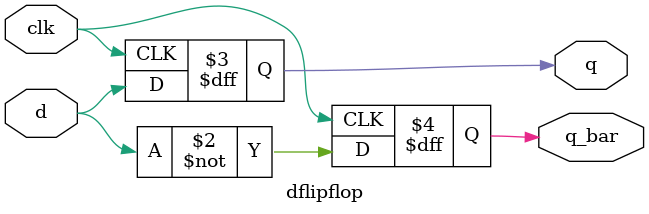
<source format=v>
`timescale 1ns / 1ps


module dflipflop(
	input d,
	input clk,
	output reg q,
	output reg q_bar
    );

always@(posedge clk) begin
	q <= d;
	q_bar <= ~d;
end

endmodule

</source>
